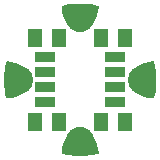
<source format=gbr>
G04 EAGLE Gerber RS-274X export*
G75*
%MOMM*%
%FSLAX34Y34*%
%LPD*%
%INSoldermask Bottom*%
%IPPOS*%
%AMOC8*
5,1,8,0,0,1.08239X$1,22.5*%
G01*
%ADD10R,1.303200X1.603200*%
%ADD11C,2.387600*%
%ADD12R,1.727200X0.863600*%

G36*
X3062Y-64594D02*
X3062Y-64594D01*
X3099Y-64596D01*
X9133Y-63962D01*
X9160Y-63954D01*
X9198Y-63952D01*
X15132Y-62690D01*
X15154Y-62681D01*
X15178Y-62679D01*
X15257Y-62639D01*
X15340Y-62606D01*
X15357Y-62590D01*
X15378Y-62579D01*
X15411Y-62545D01*
X15413Y-62543D01*
X15422Y-62533D01*
X15439Y-62514D01*
X15505Y-62454D01*
X15516Y-62433D01*
X15532Y-62415D01*
X15548Y-62377D01*
X15555Y-62369D01*
X15568Y-62331D01*
X15607Y-62254D01*
X15610Y-62231D01*
X15619Y-62209D01*
X15622Y-62171D01*
X15627Y-62156D01*
X15626Y-62117D01*
X15630Y-62061D01*
X15633Y-62031D01*
X15632Y-62027D01*
X15632Y-62022D01*
X15345Y-58263D01*
X15334Y-58223D01*
X15329Y-58165D01*
X14457Y-54498D01*
X14440Y-54460D01*
X14426Y-54403D01*
X12991Y-50918D01*
X12969Y-50883D01*
X12946Y-50829D01*
X10983Y-47611D01*
X10956Y-47580D01*
X10925Y-47530D01*
X8483Y-44659D01*
X8445Y-44628D01*
X8389Y-44569D01*
X6603Y-43183D01*
X6578Y-43170D01*
X6574Y-43165D01*
X6563Y-43160D01*
X6535Y-43137D01*
X4583Y-41996D01*
X4550Y-41984D01*
X4509Y-41959D01*
X2426Y-41082D01*
X2391Y-41075D01*
X2347Y-41055D01*
X168Y-40458D01*
X92Y-40452D01*
X19Y-40436D01*
X-24Y-40441D01*
X-56Y-40438D01*
X-100Y-40450D01*
X-168Y-40458D01*
X-2347Y-41055D01*
X-2379Y-41071D01*
X-2426Y-41082D01*
X-4509Y-41959D01*
X-4539Y-41978D01*
X-4583Y-41996D01*
X-6535Y-43137D01*
X-6561Y-43160D01*
X-6603Y-43183D01*
X-8389Y-44569D01*
X-8422Y-44606D01*
X-8483Y-44659D01*
X-10925Y-47530D01*
X-10946Y-47566D01*
X-10983Y-47611D01*
X-12946Y-50829D01*
X-12961Y-50867D01*
X-12991Y-50918D01*
X-14426Y-54403D01*
X-14435Y-54444D01*
X-14457Y-54498D01*
X-15329Y-58165D01*
X-15331Y-58206D01*
X-15345Y-58263D01*
X-15632Y-62022D01*
X-15630Y-62045D01*
X-15634Y-62069D01*
X-15622Y-62140D01*
X-15620Y-62193D01*
X-15613Y-62210D01*
X-15610Y-62245D01*
X-15599Y-62266D01*
X-15595Y-62290D01*
X-15550Y-62366D01*
X-15550Y-62367D01*
X-15536Y-62401D01*
X-15529Y-62408D01*
X-15511Y-62446D01*
X-15493Y-62463D01*
X-15481Y-62483D01*
X-15413Y-62539D01*
X-15391Y-62560D01*
X-15384Y-62567D01*
X-15382Y-62568D01*
X-15348Y-62600D01*
X-15326Y-62610D01*
X-15307Y-62625D01*
X-15170Y-62676D01*
X-15141Y-62688D01*
X-15137Y-62689D01*
X-15132Y-62690D01*
X-9198Y-63952D01*
X-9169Y-63953D01*
X-9133Y-63962D01*
X-3099Y-64596D01*
X-3071Y-64594D01*
X-3033Y-64600D01*
X3033Y-64600D01*
X3062Y-64594D01*
G37*
G36*
X24Y40441D02*
X24Y40441D01*
X56Y40438D01*
X100Y40450D01*
X168Y40458D01*
X2347Y41055D01*
X2379Y41071D01*
X2426Y41082D01*
X4509Y41959D01*
X4539Y41978D01*
X4583Y41996D01*
X6535Y43137D01*
X6561Y43160D01*
X6603Y43183D01*
X8389Y44569D01*
X8422Y44606D01*
X8483Y44659D01*
X10925Y47530D01*
X10946Y47566D01*
X10983Y47611D01*
X12946Y50829D01*
X12961Y50867D01*
X12991Y50918D01*
X14426Y54403D01*
X14435Y54444D01*
X14457Y54498D01*
X15329Y58165D01*
X15331Y58206D01*
X15345Y58263D01*
X15632Y62022D01*
X15630Y62045D01*
X15634Y62069D01*
X15619Y62156D01*
X15610Y62245D01*
X15599Y62266D01*
X15595Y62290D01*
X15550Y62366D01*
X15511Y62446D01*
X15493Y62463D01*
X15481Y62483D01*
X15413Y62539D01*
X15348Y62600D01*
X15326Y62610D01*
X15307Y62625D01*
X15170Y62676D01*
X15141Y62688D01*
X15137Y62689D01*
X15132Y62690D01*
X9198Y63952D01*
X9169Y63953D01*
X9133Y63962D01*
X3099Y64596D01*
X3071Y64594D01*
X3033Y64600D01*
X-3033Y64600D01*
X-3062Y64594D01*
X-3099Y64596D01*
X-9133Y63962D01*
X-9160Y63954D01*
X-9198Y63952D01*
X-15132Y62690D01*
X-15154Y62681D01*
X-15178Y62679D01*
X-15257Y62639D01*
X-15340Y62606D01*
X-15357Y62590D01*
X-15378Y62579D01*
X-15439Y62514D01*
X-15505Y62454D01*
X-15516Y62433D01*
X-15532Y62415D01*
X-15566Y62333D01*
X-15607Y62254D01*
X-15610Y62231D01*
X-15619Y62209D01*
X-15630Y62061D01*
X-15633Y62031D01*
X-15632Y62027D01*
X-15632Y62022D01*
X-15345Y58263D01*
X-15334Y58223D01*
X-15329Y58165D01*
X-14457Y54498D01*
X-14440Y54460D01*
X-14426Y54403D01*
X-12991Y50918D01*
X-12969Y50883D01*
X-12946Y50829D01*
X-10983Y47611D01*
X-10956Y47580D01*
X-10925Y47530D01*
X-8483Y44659D01*
X-8445Y44628D01*
X-8389Y44569D01*
X-6603Y43183D01*
X-6572Y43167D01*
X-6535Y43137D01*
X-4583Y41996D01*
X-4550Y41984D01*
X-4509Y41959D01*
X-2426Y41082D01*
X-2391Y41075D01*
X-2347Y41055D01*
X-168Y40458D01*
X-92Y40452D01*
X-19Y40436D01*
X24Y40441D01*
G37*
G36*
X62156Y-15619D02*
X62156Y-15619D01*
X62245Y-15610D01*
X62266Y-15599D01*
X62290Y-15595D01*
X62366Y-15550D01*
X62446Y-15511D01*
X62463Y-15493D01*
X62483Y-15481D01*
X62539Y-15413D01*
X62600Y-15348D01*
X62610Y-15326D01*
X62625Y-15307D01*
X62676Y-15170D01*
X62688Y-15141D01*
X62689Y-15137D01*
X62690Y-15132D01*
X63952Y-9198D01*
X63953Y-9169D01*
X63962Y-9133D01*
X64596Y-3099D01*
X64594Y-3071D01*
X64600Y-3033D01*
X64600Y3033D01*
X64594Y3062D01*
X64596Y3099D01*
X63962Y9133D01*
X63954Y9160D01*
X63952Y9198D01*
X63944Y9232D01*
X63810Y9866D01*
X63675Y10500D01*
X63675Y10501D01*
X63540Y11135D01*
X63405Y11769D01*
X63270Y12403D01*
X63136Y13037D01*
X63136Y13038D01*
X63001Y13672D01*
X62866Y14306D01*
X62731Y14940D01*
X62690Y15132D01*
X62681Y15154D01*
X62679Y15178D01*
X62639Y15257D01*
X62606Y15340D01*
X62590Y15357D01*
X62579Y15378D01*
X62514Y15439D01*
X62454Y15505D01*
X62433Y15516D01*
X62415Y15532D01*
X62333Y15566D01*
X62254Y15607D01*
X62231Y15610D01*
X62209Y15619D01*
X62061Y15630D01*
X62031Y15633D01*
X62027Y15632D01*
X62022Y15632D01*
X58263Y15345D01*
X58223Y15334D01*
X58165Y15329D01*
X54498Y14457D01*
X54460Y14440D01*
X54403Y14426D01*
X50918Y12991D01*
X50883Y12969D01*
X50829Y12946D01*
X47611Y10983D01*
X47580Y10956D01*
X47530Y10925D01*
X44659Y8483D01*
X44628Y8445D01*
X44569Y8389D01*
X43183Y6603D01*
X43167Y6572D01*
X43137Y6535D01*
X41996Y4583D01*
X41984Y4550D01*
X41959Y4509D01*
X41082Y2426D01*
X41075Y2391D01*
X41055Y2347D01*
X40458Y168D01*
X40452Y92D01*
X40436Y19D01*
X40441Y-24D01*
X40438Y-56D01*
X40450Y-100D01*
X40458Y-168D01*
X41055Y-2347D01*
X41071Y-2379D01*
X41082Y-2426D01*
X41959Y-4509D01*
X41978Y-4539D01*
X41996Y-4583D01*
X43137Y-6535D01*
X43160Y-6561D01*
X43183Y-6603D01*
X44569Y-8389D01*
X44606Y-8422D01*
X44659Y-8483D01*
X47530Y-10925D01*
X47566Y-10946D01*
X47611Y-10983D01*
X50829Y-12946D01*
X50867Y-12961D01*
X50918Y-12991D01*
X54403Y-14426D01*
X54444Y-14435D01*
X54498Y-14457D01*
X58165Y-15329D01*
X58206Y-15331D01*
X58263Y-15345D01*
X62022Y-15632D01*
X62045Y-15630D01*
X62069Y-15634D01*
X62156Y-15619D01*
G37*
G36*
X-62027Y-15632D02*
X-62027Y-15632D01*
X-62022Y-15632D01*
X-58263Y-15345D01*
X-58223Y-15334D01*
X-58165Y-15329D01*
X-54498Y-14457D01*
X-54460Y-14440D01*
X-54403Y-14426D01*
X-50918Y-12991D01*
X-50883Y-12969D01*
X-50829Y-12946D01*
X-47611Y-10983D01*
X-47580Y-10956D01*
X-47530Y-10925D01*
X-44659Y-8483D01*
X-44628Y-8445D01*
X-44569Y-8389D01*
X-43183Y-6603D01*
X-43167Y-6572D01*
X-43137Y-6535D01*
X-41996Y-4583D01*
X-41984Y-4550D01*
X-41959Y-4509D01*
X-41082Y-2426D01*
X-41075Y-2391D01*
X-41055Y-2347D01*
X-40458Y-168D01*
X-40452Y-92D01*
X-40436Y-19D01*
X-40441Y24D01*
X-40438Y56D01*
X-40450Y100D01*
X-40458Y168D01*
X-41055Y2347D01*
X-41071Y2379D01*
X-41082Y2426D01*
X-41959Y4509D01*
X-41978Y4539D01*
X-41996Y4583D01*
X-43137Y6535D01*
X-43160Y6561D01*
X-43183Y6603D01*
X-44569Y8389D01*
X-44606Y8422D01*
X-44659Y8483D01*
X-47530Y10925D01*
X-47566Y10946D01*
X-47611Y10983D01*
X-50829Y12946D01*
X-50867Y12961D01*
X-50918Y12991D01*
X-54403Y14426D01*
X-54444Y14435D01*
X-54498Y14457D01*
X-58165Y15329D01*
X-58206Y15331D01*
X-58263Y15345D01*
X-62022Y15632D01*
X-62045Y15630D01*
X-62069Y15634D01*
X-62156Y15619D01*
X-62245Y15610D01*
X-62266Y15599D01*
X-62290Y15595D01*
X-62366Y15550D01*
X-62446Y15511D01*
X-62463Y15493D01*
X-62483Y15481D01*
X-62539Y15413D01*
X-62600Y15348D01*
X-62610Y15326D01*
X-62625Y15307D01*
X-62676Y15170D01*
X-62688Y15141D01*
X-62689Y15137D01*
X-62690Y15132D01*
X-63952Y9198D01*
X-63953Y9169D01*
X-63962Y9133D01*
X-64596Y3099D01*
X-64594Y3071D01*
X-64600Y3033D01*
X-64600Y-3033D01*
X-64594Y-3062D01*
X-64596Y-3099D01*
X-63962Y-9133D01*
X-63954Y-9160D01*
X-63952Y-9198D01*
X-63904Y-9422D01*
X-63769Y-10056D01*
X-63769Y-10057D01*
X-63634Y-10691D01*
X-63500Y-11325D01*
X-63365Y-11959D01*
X-63230Y-12593D01*
X-63230Y-12594D01*
X-63095Y-13228D01*
X-62960Y-13862D01*
X-62826Y-14496D01*
X-62825Y-14496D01*
X-62690Y-15132D01*
X-62681Y-15154D01*
X-62679Y-15178D01*
X-62639Y-15257D01*
X-62606Y-15340D01*
X-62590Y-15357D01*
X-62579Y-15378D01*
X-62514Y-15439D01*
X-62454Y-15505D01*
X-62433Y-15516D01*
X-62415Y-15532D01*
X-62333Y-15566D01*
X-62254Y-15607D01*
X-62231Y-15610D01*
X-62209Y-15619D01*
X-62061Y-15630D01*
X-62031Y-15633D01*
X-62027Y-15632D01*
G37*
D10*
X37940Y35560D03*
X17940Y35560D03*
X17940Y-35560D03*
X37940Y-35560D03*
X-17940Y35560D03*
X-37940Y35560D03*
X-17940Y-35560D03*
X-37940Y-35560D03*
D11*
X0Y52070D03*
X-52070Y0D03*
X52070Y0D03*
X0Y-52070D03*
D12*
X-29734Y-19050D03*
X29734Y-19050D03*
X-29734Y-6350D03*
X-29734Y6350D03*
X29734Y-6350D03*
X29734Y6350D03*
X-29734Y19050D03*
X29734Y19050D03*
M02*

</source>
